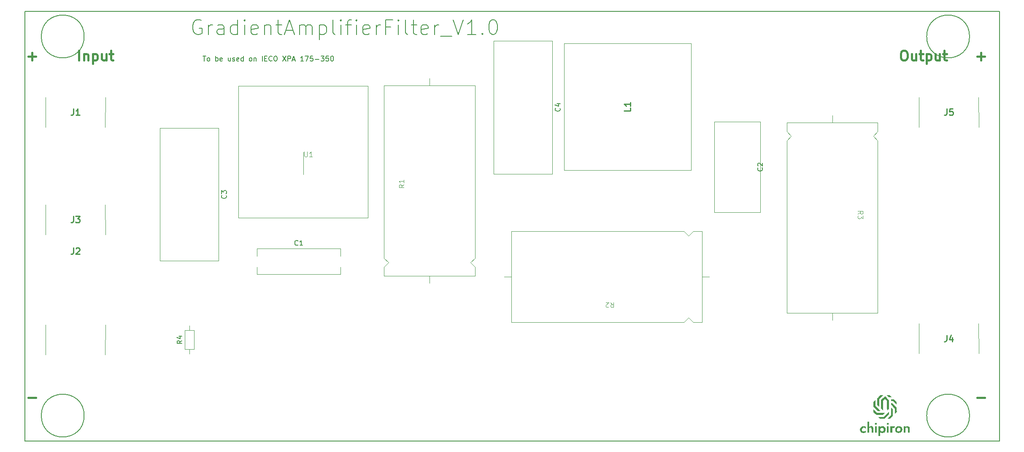
<source format=gbr>
%TF.GenerationSoftware,KiCad,Pcbnew,7.0.7*%
%TF.CreationDate,2023-09-25T09:53:38+02:00*%
%TF.ProjectId,GradientAmplifierFilter_V1,47726164-6965-46e7-9441-6d706c696669,rev?*%
%TF.SameCoordinates,Original*%
%TF.FileFunction,Legend,Top*%
%TF.FilePolarity,Positive*%
%FSLAX46Y46*%
G04 Gerber Fmt 4.6, Leading zero omitted, Abs format (unit mm)*
G04 Created by KiCad (PCBNEW 7.0.7) date 2023-09-25 09:53:38*
%MOMM*%
%LPD*%
G01*
G04 APERTURE LIST*
%ADD10C,0.150000*%
%ADD11C,0.400000*%
%ADD12C,0.100000*%
%ADD13C,0.254000*%
%ADD14C,0.300000*%
%ADD15C,0.120000*%
%TA.AperFunction,Profile*%
%ADD16C,0.150000*%
%TD*%
G04 APERTURE END LIST*
D10*
X20763922Y-32719819D02*
X21335350Y-32719819D01*
X21049636Y-33719819D02*
X21049636Y-32719819D01*
X21811541Y-33719819D02*
X21716303Y-33672200D01*
X21716303Y-33672200D02*
X21668684Y-33624580D01*
X21668684Y-33624580D02*
X21621065Y-33529342D01*
X21621065Y-33529342D02*
X21621065Y-33243628D01*
X21621065Y-33243628D02*
X21668684Y-33148390D01*
X21668684Y-33148390D02*
X21716303Y-33100771D01*
X21716303Y-33100771D02*
X21811541Y-33053152D01*
X21811541Y-33053152D02*
X21954398Y-33053152D01*
X21954398Y-33053152D02*
X22049636Y-33100771D01*
X22049636Y-33100771D02*
X22097255Y-33148390D01*
X22097255Y-33148390D02*
X22144874Y-33243628D01*
X22144874Y-33243628D02*
X22144874Y-33529342D01*
X22144874Y-33529342D02*
X22097255Y-33624580D01*
X22097255Y-33624580D02*
X22049636Y-33672200D01*
X22049636Y-33672200D02*
X21954398Y-33719819D01*
X21954398Y-33719819D02*
X21811541Y-33719819D01*
X23335351Y-33719819D02*
X23335351Y-32719819D01*
X23335351Y-33100771D02*
X23430589Y-33053152D01*
X23430589Y-33053152D02*
X23621065Y-33053152D01*
X23621065Y-33053152D02*
X23716303Y-33100771D01*
X23716303Y-33100771D02*
X23763922Y-33148390D01*
X23763922Y-33148390D02*
X23811541Y-33243628D01*
X23811541Y-33243628D02*
X23811541Y-33529342D01*
X23811541Y-33529342D02*
X23763922Y-33624580D01*
X23763922Y-33624580D02*
X23716303Y-33672200D01*
X23716303Y-33672200D02*
X23621065Y-33719819D01*
X23621065Y-33719819D02*
X23430589Y-33719819D01*
X23430589Y-33719819D02*
X23335351Y-33672200D01*
X24621065Y-33672200D02*
X24525827Y-33719819D01*
X24525827Y-33719819D02*
X24335351Y-33719819D01*
X24335351Y-33719819D02*
X24240113Y-33672200D01*
X24240113Y-33672200D02*
X24192494Y-33576961D01*
X24192494Y-33576961D02*
X24192494Y-33196009D01*
X24192494Y-33196009D02*
X24240113Y-33100771D01*
X24240113Y-33100771D02*
X24335351Y-33053152D01*
X24335351Y-33053152D02*
X24525827Y-33053152D01*
X24525827Y-33053152D02*
X24621065Y-33100771D01*
X24621065Y-33100771D02*
X24668684Y-33196009D01*
X24668684Y-33196009D02*
X24668684Y-33291247D01*
X24668684Y-33291247D02*
X24192494Y-33386485D01*
X26287732Y-33053152D02*
X26287732Y-33719819D01*
X25859161Y-33053152D02*
X25859161Y-33576961D01*
X25859161Y-33576961D02*
X25906780Y-33672200D01*
X25906780Y-33672200D02*
X26002018Y-33719819D01*
X26002018Y-33719819D02*
X26144875Y-33719819D01*
X26144875Y-33719819D02*
X26240113Y-33672200D01*
X26240113Y-33672200D02*
X26287732Y-33624580D01*
X26716304Y-33672200D02*
X26811542Y-33719819D01*
X26811542Y-33719819D02*
X27002018Y-33719819D01*
X27002018Y-33719819D02*
X27097256Y-33672200D01*
X27097256Y-33672200D02*
X27144875Y-33576961D01*
X27144875Y-33576961D02*
X27144875Y-33529342D01*
X27144875Y-33529342D02*
X27097256Y-33434104D01*
X27097256Y-33434104D02*
X27002018Y-33386485D01*
X27002018Y-33386485D02*
X26859161Y-33386485D01*
X26859161Y-33386485D02*
X26763923Y-33338866D01*
X26763923Y-33338866D02*
X26716304Y-33243628D01*
X26716304Y-33243628D02*
X26716304Y-33196009D01*
X26716304Y-33196009D02*
X26763923Y-33100771D01*
X26763923Y-33100771D02*
X26859161Y-33053152D01*
X26859161Y-33053152D02*
X27002018Y-33053152D01*
X27002018Y-33053152D02*
X27097256Y-33100771D01*
X27954399Y-33672200D02*
X27859161Y-33719819D01*
X27859161Y-33719819D02*
X27668685Y-33719819D01*
X27668685Y-33719819D02*
X27573447Y-33672200D01*
X27573447Y-33672200D02*
X27525828Y-33576961D01*
X27525828Y-33576961D02*
X27525828Y-33196009D01*
X27525828Y-33196009D02*
X27573447Y-33100771D01*
X27573447Y-33100771D02*
X27668685Y-33053152D01*
X27668685Y-33053152D02*
X27859161Y-33053152D01*
X27859161Y-33053152D02*
X27954399Y-33100771D01*
X27954399Y-33100771D02*
X28002018Y-33196009D01*
X28002018Y-33196009D02*
X28002018Y-33291247D01*
X28002018Y-33291247D02*
X27525828Y-33386485D01*
X28859161Y-33719819D02*
X28859161Y-32719819D01*
X28859161Y-33672200D02*
X28763923Y-33719819D01*
X28763923Y-33719819D02*
X28573447Y-33719819D01*
X28573447Y-33719819D02*
X28478209Y-33672200D01*
X28478209Y-33672200D02*
X28430590Y-33624580D01*
X28430590Y-33624580D02*
X28382971Y-33529342D01*
X28382971Y-33529342D02*
X28382971Y-33243628D01*
X28382971Y-33243628D02*
X28430590Y-33148390D01*
X28430590Y-33148390D02*
X28478209Y-33100771D01*
X28478209Y-33100771D02*
X28573447Y-33053152D01*
X28573447Y-33053152D02*
X28763923Y-33053152D01*
X28763923Y-33053152D02*
X28859161Y-33100771D01*
X30240114Y-33719819D02*
X30144876Y-33672200D01*
X30144876Y-33672200D02*
X30097257Y-33624580D01*
X30097257Y-33624580D02*
X30049638Y-33529342D01*
X30049638Y-33529342D02*
X30049638Y-33243628D01*
X30049638Y-33243628D02*
X30097257Y-33148390D01*
X30097257Y-33148390D02*
X30144876Y-33100771D01*
X30144876Y-33100771D02*
X30240114Y-33053152D01*
X30240114Y-33053152D02*
X30382971Y-33053152D01*
X30382971Y-33053152D02*
X30478209Y-33100771D01*
X30478209Y-33100771D02*
X30525828Y-33148390D01*
X30525828Y-33148390D02*
X30573447Y-33243628D01*
X30573447Y-33243628D02*
X30573447Y-33529342D01*
X30573447Y-33529342D02*
X30525828Y-33624580D01*
X30525828Y-33624580D02*
X30478209Y-33672200D01*
X30478209Y-33672200D02*
X30382971Y-33719819D01*
X30382971Y-33719819D02*
X30240114Y-33719819D01*
X31002019Y-33053152D02*
X31002019Y-33719819D01*
X31002019Y-33148390D02*
X31049638Y-33100771D01*
X31049638Y-33100771D02*
X31144876Y-33053152D01*
X31144876Y-33053152D02*
X31287733Y-33053152D01*
X31287733Y-33053152D02*
X31382971Y-33100771D01*
X31382971Y-33100771D02*
X31430590Y-33196009D01*
X31430590Y-33196009D02*
X31430590Y-33719819D01*
X32668686Y-33719819D02*
X32668686Y-32719819D01*
X33144876Y-33196009D02*
X33478209Y-33196009D01*
X33621066Y-33719819D02*
X33144876Y-33719819D01*
X33144876Y-33719819D02*
X33144876Y-32719819D01*
X33144876Y-32719819D02*
X33621066Y-32719819D01*
X34621066Y-33624580D02*
X34573447Y-33672200D01*
X34573447Y-33672200D02*
X34430590Y-33719819D01*
X34430590Y-33719819D02*
X34335352Y-33719819D01*
X34335352Y-33719819D02*
X34192495Y-33672200D01*
X34192495Y-33672200D02*
X34097257Y-33576961D01*
X34097257Y-33576961D02*
X34049638Y-33481723D01*
X34049638Y-33481723D02*
X34002019Y-33291247D01*
X34002019Y-33291247D02*
X34002019Y-33148390D01*
X34002019Y-33148390D02*
X34049638Y-32957914D01*
X34049638Y-32957914D02*
X34097257Y-32862676D01*
X34097257Y-32862676D02*
X34192495Y-32767438D01*
X34192495Y-32767438D02*
X34335352Y-32719819D01*
X34335352Y-32719819D02*
X34430590Y-32719819D01*
X34430590Y-32719819D02*
X34573447Y-32767438D01*
X34573447Y-32767438D02*
X34621066Y-32815057D01*
X35240114Y-32719819D02*
X35430590Y-32719819D01*
X35430590Y-32719819D02*
X35525828Y-32767438D01*
X35525828Y-32767438D02*
X35621066Y-32862676D01*
X35621066Y-32862676D02*
X35668685Y-33053152D01*
X35668685Y-33053152D02*
X35668685Y-33386485D01*
X35668685Y-33386485D02*
X35621066Y-33576961D01*
X35621066Y-33576961D02*
X35525828Y-33672200D01*
X35525828Y-33672200D02*
X35430590Y-33719819D01*
X35430590Y-33719819D02*
X35240114Y-33719819D01*
X35240114Y-33719819D02*
X35144876Y-33672200D01*
X35144876Y-33672200D02*
X35049638Y-33576961D01*
X35049638Y-33576961D02*
X35002019Y-33386485D01*
X35002019Y-33386485D02*
X35002019Y-33053152D01*
X35002019Y-33053152D02*
X35049638Y-32862676D01*
X35049638Y-32862676D02*
X35144876Y-32767438D01*
X35144876Y-32767438D02*
X35240114Y-32719819D01*
X36763924Y-32719819D02*
X37430590Y-33719819D01*
X37430590Y-32719819D02*
X36763924Y-33719819D01*
X37811543Y-33719819D02*
X37811543Y-32719819D01*
X37811543Y-32719819D02*
X38192495Y-32719819D01*
X38192495Y-32719819D02*
X38287733Y-32767438D01*
X38287733Y-32767438D02*
X38335352Y-32815057D01*
X38335352Y-32815057D02*
X38382971Y-32910295D01*
X38382971Y-32910295D02*
X38382971Y-33053152D01*
X38382971Y-33053152D02*
X38335352Y-33148390D01*
X38335352Y-33148390D02*
X38287733Y-33196009D01*
X38287733Y-33196009D02*
X38192495Y-33243628D01*
X38192495Y-33243628D02*
X37811543Y-33243628D01*
X38763924Y-33434104D02*
X39240114Y-33434104D01*
X38668686Y-33719819D02*
X39002019Y-32719819D01*
X39002019Y-32719819D02*
X39335352Y-33719819D01*
X40954400Y-33719819D02*
X40382972Y-33719819D01*
X40668686Y-33719819D02*
X40668686Y-32719819D01*
X40668686Y-32719819D02*
X40573448Y-32862676D01*
X40573448Y-32862676D02*
X40478210Y-32957914D01*
X40478210Y-32957914D02*
X40382972Y-33005533D01*
X41287734Y-32719819D02*
X41954400Y-32719819D01*
X41954400Y-32719819D02*
X41525829Y-33719819D01*
X42811543Y-32719819D02*
X42335353Y-32719819D01*
X42335353Y-32719819D02*
X42287734Y-33196009D01*
X42287734Y-33196009D02*
X42335353Y-33148390D01*
X42335353Y-33148390D02*
X42430591Y-33100771D01*
X42430591Y-33100771D02*
X42668686Y-33100771D01*
X42668686Y-33100771D02*
X42763924Y-33148390D01*
X42763924Y-33148390D02*
X42811543Y-33196009D01*
X42811543Y-33196009D02*
X42859162Y-33291247D01*
X42859162Y-33291247D02*
X42859162Y-33529342D01*
X42859162Y-33529342D02*
X42811543Y-33624580D01*
X42811543Y-33624580D02*
X42763924Y-33672200D01*
X42763924Y-33672200D02*
X42668686Y-33719819D01*
X42668686Y-33719819D02*
X42430591Y-33719819D01*
X42430591Y-33719819D02*
X42335353Y-33672200D01*
X42335353Y-33672200D02*
X42287734Y-33624580D01*
X43287734Y-33338866D02*
X44049639Y-33338866D01*
X44430591Y-32719819D02*
X45049638Y-32719819D01*
X45049638Y-32719819D02*
X44716305Y-33100771D01*
X44716305Y-33100771D02*
X44859162Y-33100771D01*
X44859162Y-33100771D02*
X44954400Y-33148390D01*
X44954400Y-33148390D02*
X45002019Y-33196009D01*
X45002019Y-33196009D02*
X45049638Y-33291247D01*
X45049638Y-33291247D02*
X45049638Y-33529342D01*
X45049638Y-33529342D02*
X45002019Y-33624580D01*
X45002019Y-33624580D02*
X44954400Y-33672200D01*
X44954400Y-33672200D02*
X44859162Y-33719819D01*
X44859162Y-33719819D02*
X44573448Y-33719819D01*
X44573448Y-33719819D02*
X44478210Y-33672200D01*
X44478210Y-33672200D02*
X44430591Y-33624580D01*
X45954400Y-32719819D02*
X45478210Y-32719819D01*
X45478210Y-32719819D02*
X45430591Y-33196009D01*
X45430591Y-33196009D02*
X45478210Y-33148390D01*
X45478210Y-33148390D02*
X45573448Y-33100771D01*
X45573448Y-33100771D02*
X45811543Y-33100771D01*
X45811543Y-33100771D02*
X45906781Y-33148390D01*
X45906781Y-33148390D02*
X45954400Y-33196009D01*
X45954400Y-33196009D02*
X46002019Y-33291247D01*
X46002019Y-33291247D02*
X46002019Y-33529342D01*
X46002019Y-33529342D02*
X45954400Y-33624580D01*
X45954400Y-33624580D02*
X45906781Y-33672200D01*
X45906781Y-33672200D02*
X45811543Y-33719819D01*
X45811543Y-33719819D02*
X45573448Y-33719819D01*
X45573448Y-33719819D02*
X45478210Y-33672200D01*
X45478210Y-33672200D02*
X45430591Y-33624580D01*
X46621067Y-32719819D02*
X46716305Y-32719819D01*
X46716305Y-32719819D02*
X46811543Y-32767438D01*
X46811543Y-32767438D02*
X46859162Y-32815057D01*
X46859162Y-32815057D02*
X46906781Y-32910295D01*
X46906781Y-32910295D02*
X46954400Y-33100771D01*
X46954400Y-33100771D02*
X46954400Y-33338866D01*
X46954400Y-33338866D02*
X46906781Y-33529342D01*
X46906781Y-33529342D02*
X46859162Y-33624580D01*
X46859162Y-33624580D02*
X46811543Y-33672200D01*
X46811543Y-33672200D02*
X46716305Y-33719819D01*
X46716305Y-33719819D02*
X46621067Y-33719819D01*
X46621067Y-33719819D02*
X46525829Y-33672200D01*
X46525829Y-33672200D02*
X46478210Y-33624580D01*
X46478210Y-33624580D02*
X46430591Y-33529342D01*
X46430591Y-33529342D02*
X46382972Y-33338866D01*
X46382972Y-33338866D02*
X46382972Y-33100771D01*
X46382972Y-33100771D02*
X46430591Y-32910295D01*
X46430591Y-32910295D02*
X46478210Y-32815057D01*
X46478210Y-32815057D02*
X46525829Y-32767438D01*
X46525829Y-32767438D02*
X46621067Y-32719819D01*
D11*
X176119347Y-32822533D02*
X177643157Y-32822533D01*
X176881252Y-33584438D02*
X176881252Y-32060628D01*
X176119347Y-101402533D02*
X177643157Y-101402533D01*
X-4090652Y-33584438D02*
X-4090652Y-31584438D01*
X-3138271Y-32251104D02*
X-3138271Y-33584438D01*
X-3138271Y-32441580D02*
X-3043033Y-32346342D01*
X-3043033Y-32346342D02*
X-2852557Y-32251104D01*
X-2852557Y-32251104D02*
X-2566842Y-32251104D01*
X-2566842Y-32251104D02*
X-2376366Y-32346342D01*
X-2376366Y-32346342D02*
X-2281128Y-32536819D01*
X-2281128Y-32536819D02*
X-2281128Y-33584438D01*
X-1328747Y-32251104D02*
X-1328747Y-34251104D01*
X-1328747Y-32346342D02*
X-1138271Y-32251104D01*
X-1138271Y-32251104D02*
X-757318Y-32251104D01*
X-757318Y-32251104D02*
X-566842Y-32346342D01*
X-566842Y-32346342D02*
X-471604Y-32441580D01*
X-471604Y-32441580D02*
X-376366Y-32632057D01*
X-376366Y-32632057D02*
X-376366Y-33203485D01*
X-376366Y-33203485D02*
X-471604Y-33393961D01*
X-471604Y-33393961D02*
X-566842Y-33489200D01*
X-566842Y-33489200D02*
X-757318Y-33584438D01*
X-757318Y-33584438D02*
X-1138271Y-33584438D01*
X-1138271Y-33584438D02*
X-1328747Y-33489200D01*
X1337919Y-32251104D02*
X1337919Y-33584438D01*
X480776Y-32251104D02*
X480776Y-33298723D01*
X480776Y-33298723D02*
X576014Y-33489200D01*
X576014Y-33489200D02*
X766490Y-33584438D01*
X766490Y-33584438D02*
X1052205Y-33584438D01*
X1052205Y-33584438D02*
X1242681Y-33489200D01*
X1242681Y-33489200D02*
X1337919Y-33393961D01*
X2004586Y-32251104D02*
X2766490Y-32251104D01*
X2290300Y-31584438D02*
X2290300Y-33298723D01*
X2290300Y-33298723D02*
X2385538Y-33489200D01*
X2385538Y-33489200D02*
X2576014Y-33584438D01*
X2576014Y-33584438D02*
X2766490Y-33584438D01*
X161260299Y-31584438D02*
X161641252Y-31584438D01*
X161641252Y-31584438D02*
X161831728Y-31679676D01*
X161831728Y-31679676D02*
X162022204Y-31870152D01*
X162022204Y-31870152D02*
X162117442Y-32251104D01*
X162117442Y-32251104D02*
X162117442Y-32917771D01*
X162117442Y-32917771D02*
X162022204Y-33298723D01*
X162022204Y-33298723D02*
X161831728Y-33489200D01*
X161831728Y-33489200D02*
X161641252Y-33584438D01*
X161641252Y-33584438D02*
X161260299Y-33584438D01*
X161260299Y-33584438D02*
X161069823Y-33489200D01*
X161069823Y-33489200D02*
X160879347Y-33298723D01*
X160879347Y-33298723D02*
X160784109Y-32917771D01*
X160784109Y-32917771D02*
X160784109Y-32251104D01*
X160784109Y-32251104D02*
X160879347Y-31870152D01*
X160879347Y-31870152D02*
X161069823Y-31679676D01*
X161069823Y-31679676D02*
X161260299Y-31584438D01*
X163831728Y-32251104D02*
X163831728Y-33584438D01*
X162974585Y-32251104D02*
X162974585Y-33298723D01*
X162974585Y-33298723D02*
X163069823Y-33489200D01*
X163069823Y-33489200D02*
X163260299Y-33584438D01*
X163260299Y-33584438D02*
X163546014Y-33584438D01*
X163546014Y-33584438D02*
X163736490Y-33489200D01*
X163736490Y-33489200D02*
X163831728Y-33393961D01*
X164498395Y-32251104D02*
X165260299Y-32251104D01*
X164784109Y-31584438D02*
X164784109Y-33298723D01*
X164784109Y-33298723D02*
X164879347Y-33489200D01*
X164879347Y-33489200D02*
X165069823Y-33584438D01*
X165069823Y-33584438D02*
X165260299Y-33584438D01*
X165926966Y-32251104D02*
X165926966Y-34251104D01*
X165926966Y-32346342D02*
X166117442Y-32251104D01*
X166117442Y-32251104D02*
X166498395Y-32251104D01*
X166498395Y-32251104D02*
X166688871Y-32346342D01*
X166688871Y-32346342D02*
X166784109Y-32441580D01*
X166784109Y-32441580D02*
X166879347Y-32632057D01*
X166879347Y-32632057D02*
X166879347Y-33203485D01*
X166879347Y-33203485D02*
X166784109Y-33393961D01*
X166784109Y-33393961D02*
X166688871Y-33489200D01*
X166688871Y-33489200D02*
X166498395Y-33584438D01*
X166498395Y-33584438D02*
X166117442Y-33584438D01*
X166117442Y-33584438D02*
X165926966Y-33489200D01*
X168593633Y-32251104D02*
X168593633Y-33584438D01*
X167736490Y-32251104D02*
X167736490Y-33298723D01*
X167736490Y-33298723D02*
X167831728Y-33489200D01*
X167831728Y-33489200D02*
X168022204Y-33584438D01*
X168022204Y-33584438D02*
X168307919Y-33584438D01*
X168307919Y-33584438D02*
X168498395Y-33489200D01*
X168498395Y-33489200D02*
X168593633Y-33393961D01*
X169260300Y-32251104D02*
X170022204Y-32251104D01*
X169546014Y-31584438D02*
X169546014Y-33298723D01*
X169546014Y-33298723D02*
X169641252Y-33489200D01*
X169641252Y-33489200D02*
X169831728Y-33584438D01*
X169831728Y-33584438D02*
X170022204Y-33584438D01*
D10*
X20414398Y-25537914D02*
X20128684Y-25395057D01*
X20128684Y-25395057D02*
X19700112Y-25395057D01*
X19700112Y-25395057D02*
X19271541Y-25537914D01*
X19271541Y-25537914D02*
X18985826Y-25823628D01*
X18985826Y-25823628D02*
X18842969Y-26109342D01*
X18842969Y-26109342D02*
X18700112Y-26680771D01*
X18700112Y-26680771D02*
X18700112Y-27109342D01*
X18700112Y-27109342D02*
X18842969Y-27680771D01*
X18842969Y-27680771D02*
X18985826Y-27966485D01*
X18985826Y-27966485D02*
X19271541Y-28252200D01*
X19271541Y-28252200D02*
X19700112Y-28395057D01*
X19700112Y-28395057D02*
X19985826Y-28395057D01*
X19985826Y-28395057D02*
X20414398Y-28252200D01*
X20414398Y-28252200D02*
X20557255Y-28109342D01*
X20557255Y-28109342D02*
X20557255Y-27109342D01*
X20557255Y-27109342D02*
X19985826Y-27109342D01*
X21842969Y-28395057D02*
X21842969Y-26395057D01*
X21842969Y-26966485D02*
X21985826Y-26680771D01*
X21985826Y-26680771D02*
X22128684Y-26537914D01*
X22128684Y-26537914D02*
X22414398Y-26395057D01*
X22414398Y-26395057D02*
X22700112Y-26395057D01*
X24985827Y-28395057D02*
X24985827Y-26823628D01*
X24985827Y-26823628D02*
X24842969Y-26537914D01*
X24842969Y-26537914D02*
X24557255Y-26395057D01*
X24557255Y-26395057D02*
X23985827Y-26395057D01*
X23985827Y-26395057D02*
X23700112Y-26537914D01*
X24985827Y-28252200D02*
X24700112Y-28395057D01*
X24700112Y-28395057D02*
X23985827Y-28395057D01*
X23985827Y-28395057D02*
X23700112Y-28252200D01*
X23700112Y-28252200D02*
X23557255Y-27966485D01*
X23557255Y-27966485D02*
X23557255Y-27680771D01*
X23557255Y-27680771D02*
X23700112Y-27395057D01*
X23700112Y-27395057D02*
X23985827Y-27252200D01*
X23985827Y-27252200D02*
X24700112Y-27252200D01*
X24700112Y-27252200D02*
X24985827Y-27109342D01*
X27700113Y-28395057D02*
X27700113Y-25395057D01*
X27700113Y-28252200D02*
X27414398Y-28395057D01*
X27414398Y-28395057D02*
X26842970Y-28395057D01*
X26842970Y-28395057D02*
X26557255Y-28252200D01*
X26557255Y-28252200D02*
X26414398Y-28109342D01*
X26414398Y-28109342D02*
X26271541Y-27823628D01*
X26271541Y-27823628D02*
X26271541Y-26966485D01*
X26271541Y-26966485D02*
X26414398Y-26680771D01*
X26414398Y-26680771D02*
X26557255Y-26537914D01*
X26557255Y-26537914D02*
X26842970Y-26395057D01*
X26842970Y-26395057D02*
X27414398Y-26395057D01*
X27414398Y-26395057D02*
X27700113Y-26537914D01*
X29128684Y-28395057D02*
X29128684Y-26395057D01*
X29128684Y-25395057D02*
X28985827Y-25537914D01*
X28985827Y-25537914D02*
X29128684Y-25680771D01*
X29128684Y-25680771D02*
X29271541Y-25537914D01*
X29271541Y-25537914D02*
X29128684Y-25395057D01*
X29128684Y-25395057D02*
X29128684Y-25680771D01*
X31700112Y-28252200D02*
X31414398Y-28395057D01*
X31414398Y-28395057D02*
X30842970Y-28395057D01*
X30842970Y-28395057D02*
X30557255Y-28252200D01*
X30557255Y-28252200D02*
X30414398Y-27966485D01*
X30414398Y-27966485D02*
X30414398Y-26823628D01*
X30414398Y-26823628D02*
X30557255Y-26537914D01*
X30557255Y-26537914D02*
X30842970Y-26395057D01*
X30842970Y-26395057D02*
X31414398Y-26395057D01*
X31414398Y-26395057D02*
X31700112Y-26537914D01*
X31700112Y-26537914D02*
X31842970Y-26823628D01*
X31842970Y-26823628D02*
X31842970Y-27109342D01*
X31842970Y-27109342D02*
X30414398Y-27395057D01*
X33128684Y-26395057D02*
X33128684Y-28395057D01*
X33128684Y-26680771D02*
X33271541Y-26537914D01*
X33271541Y-26537914D02*
X33557256Y-26395057D01*
X33557256Y-26395057D02*
X33985827Y-26395057D01*
X33985827Y-26395057D02*
X34271541Y-26537914D01*
X34271541Y-26537914D02*
X34414399Y-26823628D01*
X34414399Y-26823628D02*
X34414399Y-28395057D01*
X35414399Y-26395057D02*
X36557256Y-26395057D01*
X35842970Y-25395057D02*
X35842970Y-27966485D01*
X35842970Y-27966485D02*
X35985827Y-28252200D01*
X35985827Y-28252200D02*
X36271542Y-28395057D01*
X36271542Y-28395057D02*
X36557256Y-28395057D01*
X37414399Y-27537914D02*
X38842971Y-27537914D01*
X37128685Y-28395057D02*
X38128685Y-25395057D01*
X38128685Y-25395057D02*
X39128685Y-28395057D01*
X40128685Y-28395057D02*
X40128685Y-26395057D01*
X40128685Y-26680771D02*
X40271542Y-26537914D01*
X40271542Y-26537914D02*
X40557257Y-26395057D01*
X40557257Y-26395057D02*
X40985828Y-26395057D01*
X40985828Y-26395057D02*
X41271542Y-26537914D01*
X41271542Y-26537914D02*
X41414400Y-26823628D01*
X41414400Y-26823628D02*
X41414400Y-28395057D01*
X41414400Y-26823628D02*
X41557257Y-26537914D01*
X41557257Y-26537914D02*
X41842971Y-26395057D01*
X41842971Y-26395057D02*
X42271542Y-26395057D01*
X42271542Y-26395057D02*
X42557257Y-26537914D01*
X42557257Y-26537914D02*
X42700114Y-26823628D01*
X42700114Y-26823628D02*
X42700114Y-28395057D01*
X44128685Y-26395057D02*
X44128685Y-29395057D01*
X44128685Y-26537914D02*
X44414400Y-26395057D01*
X44414400Y-26395057D02*
X44985828Y-26395057D01*
X44985828Y-26395057D02*
X45271542Y-26537914D01*
X45271542Y-26537914D02*
X45414400Y-26680771D01*
X45414400Y-26680771D02*
X45557257Y-26966485D01*
X45557257Y-26966485D02*
X45557257Y-27823628D01*
X45557257Y-27823628D02*
X45414400Y-28109342D01*
X45414400Y-28109342D02*
X45271542Y-28252200D01*
X45271542Y-28252200D02*
X44985828Y-28395057D01*
X44985828Y-28395057D02*
X44414400Y-28395057D01*
X44414400Y-28395057D02*
X44128685Y-28252200D01*
X47271543Y-28395057D02*
X46985828Y-28252200D01*
X46985828Y-28252200D02*
X46842971Y-27966485D01*
X46842971Y-27966485D02*
X46842971Y-25395057D01*
X48414400Y-28395057D02*
X48414400Y-26395057D01*
X48414400Y-25395057D02*
X48271543Y-25537914D01*
X48271543Y-25537914D02*
X48414400Y-25680771D01*
X48414400Y-25680771D02*
X48557257Y-25537914D01*
X48557257Y-25537914D02*
X48414400Y-25395057D01*
X48414400Y-25395057D02*
X48414400Y-25680771D01*
X49414400Y-26395057D02*
X50557257Y-26395057D01*
X49842971Y-28395057D02*
X49842971Y-25823628D01*
X49842971Y-25823628D02*
X49985828Y-25537914D01*
X49985828Y-25537914D02*
X50271543Y-25395057D01*
X50271543Y-25395057D02*
X50557257Y-25395057D01*
X51557257Y-28395057D02*
X51557257Y-26395057D01*
X51557257Y-25395057D02*
X51414400Y-25537914D01*
X51414400Y-25537914D02*
X51557257Y-25680771D01*
X51557257Y-25680771D02*
X51700114Y-25537914D01*
X51700114Y-25537914D02*
X51557257Y-25395057D01*
X51557257Y-25395057D02*
X51557257Y-25680771D01*
X54128685Y-28252200D02*
X53842971Y-28395057D01*
X53842971Y-28395057D02*
X53271543Y-28395057D01*
X53271543Y-28395057D02*
X52985828Y-28252200D01*
X52985828Y-28252200D02*
X52842971Y-27966485D01*
X52842971Y-27966485D02*
X52842971Y-26823628D01*
X52842971Y-26823628D02*
X52985828Y-26537914D01*
X52985828Y-26537914D02*
X53271543Y-26395057D01*
X53271543Y-26395057D02*
X53842971Y-26395057D01*
X53842971Y-26395057D02*
X54128685Y-26537914D01*
X54128685Y-26537914D02*
X54271543Y-26823628D01*
X54271543Y-26823628D02*
X54271543Y-27109342D01*
X54271543Y-27109342D02*
X52842971Y-27395057D01*
X55557257Y-28395057D02*
X55557257Y-26395057D01*
X55557257Y-26966485D02*
X55700114Y-26680771D01*
X55700114Y-26680771D02*
X55842972Y-26537914D01*
X55842972Y-26537914D02*
X56128686Y-26395057D01*
X56128686Y-26395057D02*
X56414400Y-26395057D01*
X58414400Y-26823628D02*
X57414400Y-26823628D01*
X57414400Y-28395057D02*
X57414400Y-25395057D01*
X57414400Y-25395057D02*
X58842972Y-25395057D01*
X59985829Y-28395057D02*
X59985829Y-26395057D01*
X59985829Y-25395057D02*
X59842972Y-25537914D01*
X59842972Y-25537914D02*
X59985829Y-25680771D01*
X59985829Y-25680771D02*
X60128686Y-25537914D01*
X60128686Y-25537914D02*
X59985829Y-25395057D01*
X59985829Y-25395057D02*
X59985829Y-25680771D01*
X61842972Y-28395057D02*
X61557257Y-28252200D01*
X61557257Y-28252200D02*
X61414400Y-27966485D01*
X61414400Y-27966485D02*
X61414400Y-25395057D01*
X62557258Y-26395057D02*
X63700115Y-26395057D01*
X62985829Y-25395057D02*
X62985829Y-27966485D01*
X62985829Y-27966485D02*
X63128686Y-28252200D01*
X63128686Y-28252200D02*
X63414401Y-28395057D01*
X63414401Y-28395057D02*
X63700115Y-28395057D01*
X65842972Y-28252200D02*
X65557258Y-28395057D01*
X65557258Y-28395057D02*
X64985830Y-28395057D01*
X64985830Y-28395057D02*
X64700115Y-28252200D01*
X64700115Y-28252200D02*
X64557258Y-27966485D01*
X64557258Y-27966485D02*
X64557258Y-26823628D01*
X64557258Y-26823628D02*
X64700115Y-26537914D01*
X64700115Y-26537914D02*
X64985830Y-26395057D01*
X64985830Y-26395057D02*
X65557258Y-26395057D01*
X65557258Y-26395057D02*
X65842972Y-26537914D01*
X65842972Y-26537914D02*
X65985830Y-26823628D01*
X65985830Y-26823628D02*
X65985830Y-27109342D01*
X65985830Y-27109342D02*
X64557258Y-27395057D01*
X67271544Y-28395057D02*
X67271544Y-26395057D01*
X67271544Y-26966485D02*
X67414401Y-26680771D01*
X67414401Y-26680771D02*
X67557259Y-26537914D01*
X67557259Y-26537914D02*
X67842973Y-26395057D01*
X67842973Y-26395057D02*
X68128687Y-26395057D01*
X68414402Y-28680771D02*
X70700116Y-28680771D01*
X70985830Y-25395057D02*
X71985830Y-28395057D01*
X71985830Y-28395057D02*
X72985830Y-25395057D01*
X75557259Y-28395057D02*
X73842973Y-28395057D01*
X74700116Y-28395057D02*
X74700116Y-25395057D01*
X74700116Y-25395057D02*
X74414402Y-25823628D01*
X74414402Y-25823628D02*
X74128687Y-26109342D01*
X74128687Y-26109342D02*
X73842973Y-26252200D01*
X76842973Y-28109342D02*
X76985830Y-28252200D01*
X76985830Y-28252200D02*
X76842973Y-28395057D01*
X76842973Y-28395057D02*
X76700116Y-28252200D01*
X76700116Y-28252200D02*
X76842973Y-28109342D01*
X76842973Y-28109342D02*
X76842973Y-28395057D01*
X78842973Y-25395057D02*
X79128687Y-25395057D01*
X79128687Y-25395057D02*
X79414401Y-25537914D01*
X79414401Y-25537914D02*
X79557259Y-25680771D01*
X79557259Y-25680771D02*
X79700116Y-25966485D01*
X79700116Y-25966485D02*
X79842973Y-26537914D01*
X79842973Y-26537914D02*
X79842973Y-27252200D01*
X79842973Y-27252200D02*
X79700116Y-27823628D01*
X79700116Y-27823628D02*
X79557259Y-28109342D01*
X79557259Y-28109342D02*
X79414401Y-28252200D01*
X79414401Y-28252200D02*
X79128687Y-28395057D01*
X79128687Y-28395057D02*
X78842973Y-28395057D01*
X78842973Y-28395057D02*
X78557259Y-28252200D01*
X78557259Y-28252200D02*
X78414401Y-28109342D01*
X78414401Y-28109342D02*
X78271544Y-27823628D01*
X78271544Y-27823628D02*
X78128687Y-27252200D01*
X78128687Y-27252200D02*
X78128687Y-26537914D01*
X78128687Y-26537914D02*
X78271544Y-25966485D01*
X78271544Y-25966485D02*
X78414401Y-25680771D01*
X78414401Y-25680771D02*
X78557259Y-25537914D01*
X78557259Y-25537914D02*
X78842973Y-25395057D01*
D11*
X-14250652Y-101402533D02*
X-12726843Y-101402533D01*
X-14250652Y-32822533D02*
X-12726843Y-32822533D01*
X-13488747Y-33584438D02*
X-13488747Y-32060628D01*
D12*
X41128095Y-51957419D02*
X41128095Y-52766942D01*
X41128095Y-52766942D02*
X41175714Y-52862180D01*
X41175714Y-52862180D02*
X41223333Y-52909800D01*
X41223333Y-52909800D02*
X41318571Y-52957419D01*
X41318571Y-52957419D02*
X41509047Y-52957419D01*
X41509047Y-52957419D02*
X41604285Y-52909800D01*
X41604285Y-52909800D02*
X41651904Y-52862180D01*
X41651904Y-52862180D02*
X41699523Y-52766942D01*
X41699523Y-52766942D02*
X41699523Y-51957419D01*
X42699523Y-52957419D02*
X42128095Y-52957419D01*
X42413809Y-52957419D02*
X42413809Y-51957419D01*
X42413809Y-51957419D02*
X42318571Y-52100276D01*
X42318571Y-52100276D02*
X42223333Y-52195514D01*
X42223333Y-52195514D02*
X42128095Y-52243133D01*
D13*
X170006667Y-88794318D02*
X170006667Y-89701461D01*
X170006667Y-89701461D02*
X169946190Y-89882889D01*
X169946190Y-89882889D02*
X169825238Y-90003842D01*
X169825238Y-90003842D02*
X169643809Y-90064318D01*
X169643809Y-90064318D02*
X169522857Y-90064318D01*
X171155714Y-89217651D02*
X171155714Y-90064318D01*
X170853333Y-88733842D02*
X170550952Y-89640984D01*
X170550952Y-89640984D02*
X171337143Y-89640984D01*
D10*
X39833333Y-70659580D02*
X39785714Y-70707200D01*
X39785714Y-70707200D02*
X39642857Y-70754819D01*
X39642857Y-70754819D02*
X39547619Y-70754819D01*
X39547619Y-70754819D02*
X39404762Y-70707200D01*
X39404762Y-70707200D02*
X39309524Y-70611961D01*
X39309524Y-70611961D02*
X39261905Y-70516723D01*
X39261905Y-70516723D02*
X39214286Y-70326247D01*
X39214286Y-70326247D02*
X39214286Y-70183390D01*
X39214286Y-70183390D02*
X39261905Y-69992914D01*
X39261905Y-69992914D02*
X39309524Y-69897676D01*
X39309524Y-69897676D02*
X39404762Y-69802438D01*
X39404762Y-69802438D02*
X39547619Y-69754819D01*
X39547619Y-69754819D02*
X39642857Y-69754819D01*
X39642857Y-69754819D02*
X39785714Y-69802438D01*
X39785714Y-69802438D02*
X39833333Y-69850057D01*
X40785714Y-70754819D02*
X40214286Y-70754819D01*
X40500000Y-70754819D02*
X40500000Y-69754819D01*
X40500000Y-69754819D02*
X40404762Y-69897676D01*
X40404762Y-69897676D02*
X40309524Y-69992914D01*
X40309524Y-69992914D02*
X40214286Y-70040533D01*
D13*
X-5253332Y-43314318D02*
X-5253332Y-44221461D01*
X-5253332Y-44221461D02*
X-5313809Y-44402889D01*
X-5313809Y-44402889D02*
X-5434761Y-44523842D01*
X-5434761Y-44523842D02*
X-5616190Y-44584318D01*
X-5616190Y-44584318D02*
X-5737142Y-44584318D01*
X-3983332Y-44584318D02*
X-4709047Y-44584318D01*
X-4346190Y-44584318D02*
X-4346190Y-43314318D01*
X-4346190Y-43314318D02*
X-4467142Y-43495746D01*
X-4467142Y-43495746D02*
X-4588094Y-43616699D01*
X-4588094Y-43616699D02*
X-4709047Y-43677175D01*
X106574318Y-43111666D02*
X106574318Y-43716428D01*
X106574318Y-43716428D02*
X105304318Y-43716428D01*
X106574318Y-42023094D02*
X106574318Y-42748809D01*
X106574318Y-42385952D02*
X105304318Y-42385952D01*
X105304318Y-42385952D02*
X105485746Y-42506904D01*
X105485746Y-42506904D02*
X105606699Y-42627856D01*
X105606699Y-42627856D02*
X105667175Y-42748809D01*
D12*
X152192580Y-64433333D02*
X152668771Y-64100000D01*
X152192580Y-63861905D02*
X153192580Y-63861905D01*
X153192580Y-63861905D02*
X153192580Y-64242857D01*
X153192580Y-64242857D02*
X153144961Y-64338095D01*
X153144961Y-64338095D02*
X153097342Y-64385714D01*
X153097342Y-64385714D02*
X153002104Y-64433333D01*
X153002104Y-64433333D02*
X152859247Y-64433333D01*
X152859247Y-64433333D02*
X152764009Y-64385714D01*
X152764009Y-64385714D02*
X152716390Y-64338095D01*
X152716390Y-64338095D02*
X152668771Y-64242857D01*
X152668771Y-64242857D02*
X152668771Y-63861905D01*
X153192580Y-64766667D02*
X153192580Y-65385714D01*
X153192580Y-65385714D02*
X152811628Y-65052381D01*
X152811628Y-65052381D02*
X152811628Y-65195238D01*
X152811628Y-65195238D02*
X152764009Y-65290476D01*
X152764009Y-65290476D02*
X152716390Y-65338095D01*
X152716390Y-65338095D02*
X152621152Y-65385714D01*
X152621152Y-65385714D02*
X152383057Y-65385714D01*
X152383057Y-65385714D02*
X152287819Y-65338095D01*
X152287819Y-65338095D02*
X152240200Y-65290476D01*
X152240200Y-65290476D02*
X152192580Y-65195238D01*
X152192580Y-65195238D02*
X152192580Y-64909524D01*
X152192580Y-64909524D02*
X152240200Y-64814286D01*
X152240200Y-64814286D02*
X152287819Y-64766667D01*
X61097419Y-58546666D02*
X60621228Y-58879999D01*
X61097419Y-59118094D02*
X60097419Y-59118094D01*
X60097419Y-59118094D02*
X60097419Y-58737142D01*
X60097419Y-58737142D02*
X60145038Y-58641904D01*
X60145038Y-58641904D02*
X60192657Y-58594285D01*
X60192657Y-58594285D02*
X60287895Y-58546666D01*
X60287895Y-58546666D02*
X60430752Y-58546666D01*
X60430752Y-58546666D02*
X60525990Y-58594285D01*
X60525990Y-58594285D02*
X60573609Y-58641904D01*
X60573609Y-58641904D02*
X60621228Y-58737142D01*
X60621228Y-58737142D02*
X60621228Y-59118094D01*
X61097419Y-57594285D02*
X61097419Y-58165713D01*
X61097419Y-57879999D02*
X60097419Y-57879999D01*
X60097419Y-57879999D02*
X60240276Y-57975237D01*
X60240276Y-57975237D02*
X60335514Y-58070475D01*
X60335514Y-58070475D02*
X60383133Y-58165713D01*
D14*
D13*
X-5253332Y-64904318D02*
X-5253332Y-65811461D01*
X-5253332Y-65811461D02*
X-5313809Y-65992889D01*
X-5313809Y-65992889D02*
X-5434761Y-66113842D01*
X-5434761Y-66113842D02*
X-5616190Y-66174318D01*
X-5616190Y-66174318D02*
X-5737142Y-66174318D01*
X-4769523Y-64904318D02*
X-3983332Y-64904318D01*
X-3983332Y-64904318D02*
X-4406666Y-65388127D01*
X-4406666Y-65388127D02*
X-4225237Y-65388127D01*
X-4225237Y-65388127D02*
X-4104285Y-65448603D01*
X-4104285Y-65448603D02*
X-4043809Y-65509080D01*
X-4043809Y-65509080D02*
X-3983332Y-65630032D01*
X-3983332Y-65630032D02*
X-3983332Y-65932413D01*
X-3983332Y-65932413D02*
X-4043809Y-66053365D01*
X-4043809Y-66053365D02*
X-4104285Y-66113842D01*
X-4104285Y-66113842D02*
X-4225237Y-66174318D01*
X-4225237Y-66174318D02*
X-4588094Y-66174318D01*
X-4588094Y-66174318D02*
X-4709047Y-66113842D01*
X-4709047Y-66113842D02*
X-4769523Y-66053365D01*
D12*
X102566666Y-82192580D02*
X102899999Y-82668771D01*
X103138094Y-82192580D02*
X103138094Y-83192580D01*
X103138094Y-83192580D02*
X102757142Y-83192580D01*
X102757142Y-83192580D02*
X102661904Y-83144961D01*
X102661904Y-83144961D02*
X102614285Y-83097342D01*
X102614285Y-83097342D02*
X102566666Y-83002104D01*
X102566666Y-83002104D02*
X102566666Y-82859247D01*
X102566666Y-82859247D02*
X102614285Y-82764009D01*
X102614285Y-82764009D02*
X102661904Y-82716390D01*
X102661904Y-82716390D02*
X102757142Y-82668771D01*
X102757142Y-82668771D02*
X103138094Y-82668771D01*
X102185713Y-83097342D02*
X102138094Y-83144961D01*
X102138094Y-83144961D02*
X102042856Y-83192580D01*
X102042856Y-83192580D02*
X101804761Y-83192580D01*
X101804761Y-83192580D02*
X101709523Y-83144961D01*
X101709523Y-83144961D02*
X101661904Y-83097342D01*
X101661904Y-83097342D02*
X101614285Y-83002104D01*
X101614285Y-83002104D02*
X101614285Y-82906866D01*
X101614285Y-82906866D02*
X101661904Y-82764009D01*
X101661904Y-82764009D02*
X102233332Y-82192580D01*
X102233332Y-82192580D02*
X101614285Y-82192580D01*
D10*
X92359580Y-43166666D02*
X92407200Y-43214285D01*
X92407200Y-43214285D02*
X92454819Y-43357142D01*
X92454819Y-43357142D02*
X92454819Y-43452380D01*
X92454819Y-43452380D02*
X92407200Y-43595237D01*
X92407200Y-43595237D02*
X92311961Y-43690475D01*
X92311961Y-43690475D02*
X92216723Y-43738094D01*
X92216723Y-43738094D02*
X92026247Y-43785713D01*
X92026247Y-43785713D02*
X91883390Y-43785713D01*
X91883390Y-43785713D02*
X91692914Y-43738094D01*
X91692914Y-43738094D02*
X91597676Y-43690475D01*
X91597676Y-43690475D02*
X91502438Y-43595237D01*
X91502438Y-43595237D02*
X91454819Y-43452380D01*
X91454819Y-43452380D02*
X91454819Y-43357142D01*
X91454819Y-43357142D02*
X91502438Y-43214285D01*
X91502438Y-43214285D02*
X91550057Y-43166666D01*
X91788152Y-42309523D02*
X92454819Y-42309523D01*
X91407200Y-42547618D02*
X92121485Y-42785713D01*
X92121485Y-42785713D02*
X92121485Y-42166666D01*
X132979580Y-55166666D02*
X133027200Y-55214285D01*
X133027200Y-55214285D02*
X133074819Y-55357142D01*
X133074819Y-55357142D02*
X133074819Y-55452380D01*
X133074819Y-55452380D02*
X133027200Y-55595237D01*
X133027200Y-55595237D02*
X132931961Y-55690475D01*
X132931961Y-55690475D02*
X132836723Y-55738094D01*
X132836723Y-55738094D02*
X132646247Y-55785713D01*
X132646247Y-55785713D02*
X132503390Y-55785713D01*
X132503390Y-55785713D02*
X132312914Y-55738094D01*
X132312914Y-55738094D02*
X132217676Y-55690475D01*
X132217676Y-55690475D02*
X132122438Y-55595237D01*
X132122438Y-55595237D02*
X132074819Y-55452380D01*
X132074819Y-55452380D02*
X132074819Y-55357142D01*
X132074819Y-55357142D02*
X132122438Y-55214285D01*
X132122438Y-55214285D02*
X132170057Y-55166666D01*
X132170057Y-54785713D02*
X132122438Y-54738094D01*
X132122438Y-54738094D02*
X132074819Y-54642856D01*
X132074819Y-54642856D02*
X132074819Y-54404761D01*
X132074819Y-54404761D02*
X132122438Y-54309523D01*
X132122438Y-54309523D02*
X132170057Y-54261904D01*
X132170057Y-54261904D02*
X132265295Y-54214285D01*
X132265295Y-54214285D02*
X132360533Y-54214285D01*
X132360533Y-54214285D02*
X132503390Y-54261904D01*
X132503390Y-54261904D02*
X133074819Y-54833332D01*
X133074819Y-54833332D02*
X133074819Y-54214285D01*
D13*
X170006667Y-43314318D02*
X170006667Y-44221461D01*
X170006667Y-44221461D02*
X169946190Y-44402889D01*
X169946190Y-44402889D02*
X169825238Y-44523842D01*
X169825238Y-44523842D02*
X169643809Y-44584318D01*
X169643809Y-44584318D02*
X169522857Y-44584318D01*
X171216190Y-43314318D02*
X170611428Y-43314318D01*
X170611428Y-43314318D02*
X170550952Y-43919080D01*
X170550952Y-43919080D02*
X170611428Y-43858603D01*
X170611428Y-43858603D02*
X170732381Y-43798127D01*
X170732381Y-43798127D02*
X171034762Y-43798127D01*
X171034762Y-43798127D02*
X171155714Y-43858603D01*
X171155714Y-43858603D02*
X171216190Y-43919080D01*
X171216190Y-43919080D02*
X171276667Y-44040032D01*
X171276667Y-44040032D02*
X171276667Y-44342413D01*
X171276667Y-44342413D02*
X171216190Y-44463365D01*
X171216190Y-44463365D02*
X171155714Y-44523842D01*
X171155714Y-44523842D02*
X171034762Y-44584318D01*
X171034762Y-44584318D02*
X170732381Y-44584318D01*
X170732381Y-44584318D02*
X170611428Y-44523842D01*
X170611428Y-44523842D02*
X170550952Y-44463365D01*
D10*
X25389580Y-60686666D02*
X25437200Y-60734285D01*
X25437200Y-60734285D02*
X25484819Y-60877142D01*
X25484819Y-60877142D02*
X25484819Y-60972380D01*
X25484819Y-60972380D02*
X25437200Y-61115237D01*
X25437200Y-61115237D02*
X25341961Y-61210475D01*
X25341961Y-61210475D02*
X25246723Y-61258094D01*
X25246723Y-61258094D02*
X25056247Y-61305713D01*
X25056247Y-61305713D02*
X24913390Y-61305713D01*
X24913390Y-61305713D02*
X24722914Y-61258094D01*
X24722914Y-61258094D02*
X24627676Y-61210475D01*
X24627676Y-61210475D02*
X24532438Y-61115237D01*
X24532438Y-61115237D02*
X24484819Y-60972380D01*
X24484819Y-60972380D02*
X24484819Y-60877142D01*
X24484819Y-60877142D02*
X24532438Y-60734285D01*
X24532438Y-60734285D02*
X24580057Y-60686666D01*
X24484819Y-60353332D02*
X24484819Y-59734285D01*
X24484819Y-59734285D02*
X24865771Y-60067618D01*
X24865771Y-60067618D02*
X24865771Y-59924761D01*
X24865771Y-59924761D02*
X24913390Y-59829523D01*
X24913390Y-59829523D02*
X24961009Y-59781904D01*
X24961009Y-59781904D02*
X25056247Y-59734285D01*
X25056247Y-59734285D02*
X25294342Y-59734285D01*
X25294342Y-59734285D02*
X25389580Y-59781904D01*
X25389580Y-59781904D02*
X25437200Y-59829523D01*
X25437200Y-59829523D02*
X25484819Y-59924761D01*
X25484819Y-59924761D02*
X25484819Y-60210475D01*
X25484819Y-60210475D02*
X25437200Y-60305713D01*
X25437200Y-60305713D02*
X25389580Y-60353332D01*
X16564819Y-89896666D02*
X16088628Y-90229999D01*
X16564819Y-90468094D02*
X15564819Y-90468094D01*
X15564819Y-90468094D02*
X15564819Y-90087142D01*
X15564819Y-90087142D02*
X15612438Y-89991904D01*
X15612438Y-89991904D02*
X15660057Y-89944285D01*
X15660057Y-89944285D02*
X15755295Y-89896666D01*
X15755295Y-89896666D02*
X15898152Y-89896666D01*
X15898152Y-89896666D02*
X15993390Y-89944285D01*
X15993390Y-89944285D02*
X16041009Y-89991904D01*
X16041009Y-89991904D02*
X16088628Y-90087142D01*
X16088628Y-90087142D02*
X16088628Y-90468094D01*
X15898152Y-89039523D02*
X16564819Y-89039523D01*
X15517200Y-89277618D02*
X16231485Y-89515713D01*
X16231485Y-89515713D02*
X16231485Y-88896666D01*
D13*
X-5253332Y-71254318D02*
X-5253332Y-72161461D01*
X-5253332Y-72161461D02*
X-5313809Y-72342889D01*
X-5313809Y-72342889D02*
X-5434761Y-72463842D01*
X-5434761Y-72463842D02*
X-5616190Y-72524318D01*
X-5616190Y-72524318D02*
X-5737142Y-72524318D01*
X-4709047Y-71375270D02*
X-4648571Y-71314794D01*
X-4648571Y-71314794D02*
X-4527618Y-71254318D01*
X-4527618Y-71254318D02*
X-4225237Y-71254318D01*
X-4225237Y-71254318D02*
X-4104285Y-71314794D01*
X-4104285Y-71314794D02*
X-4043809Y-71375270D01*
X-4043809Y-71375270D02*
X-3983332Y-71496222D01*
X-3983332Y-71496222D02*
X-3983332Y-71617175D01*
X-3983332Y-71617175D02*
X-4043809Y-71798603D01*
X-4043809Y-71798603D02*
X-4769523Y-72524318D01*
X-4769523Y-72524318D02*
X-3983332Y-72524318D01*
D12*
%TO.C,U1*%
X40890000Y-52000000D02*
X40890000Y-56500000D01*
X27890000Y-38750000D02*
X53890000Y-38750000D01*
X53890000Y-38750000D02*
X53890000Y-65250000D01*
X53890000Y-65250000D02*
X27890000Y-65250000D01*
X27890000Y-65250000D02*
X27890000Y-38750000D01*
%TO.C,J4*%
X164460000Y-86490000D02*
X164430000Y-92490000D01*
X176400000Y-86490000D02*
X176430000Y-92490000D01*
D15*
%TO.C,C1*%
X31630000Y-71429000D02*
X31630000Y-72896000D01*
X31630000Y-71429000D02*
X48370000Y-71429000D01*
X31630000Y-75104000D02*
X31630000Y-76571000D01*
X31630000Y-76571000D02*
X48370000Y-76571000D01*
X48370000Y-71429000D02*
X48370000Y-72896000D01*
X48370000Y-75104000D02*
X48370000Y-76571000D01*
D12*
%TO.C,J1*%
X1140000Y-47010000D02*
X1170000Y-41010000D01*
X-10800000Y-47010000D02*
X-10830000Y-41010000D01*
%TO.C,L1*%
X93235000Y-55665000D02*
X118765000Y-55665000D01*
X118765000Y-55665000D02*
X118765000Y-30135000D01*
X93235000Y-30135000D02*
X93235000Y-55665000D01*
X118765000Y-30135000D02*
X93235000Y-30135000D01*
D15*
%TO.C,R3*%
X147050000Y-44640000D02*
X147050000Y-46080000D01*
X156170000Y-46080000D02*
X137930000Y-46080000D01*
X156170000Y-46080000D02*
X156170000Y-47880000D01*
X137930000Y-46080000D02*
X137930000Y-47880000D01*
X156170000Y-47880000D02*
X155270000Y-48780000D01*
X137930000Y-47880000D02*
X138830000Y-48780000D01*
X155270000Y-48780000D02*
X156170000Y-49680000D01*
X138830000Y-48780000D02*
X137930000Y-49680000D01*
X156170000Y-49680000D02*
X156170000Y-84320000D01*
X137930000Y-49680000D02*
X137930000Y-84320000D01*
X156170000Y-84320000D02*
X137930000Y-84320000D01*
X147050000Y-85760000D02*
X147050000Y-84320000D01*
%TO.C,R1*%
X66240000Y-78340000D02*
X66240000Y-76900000D01*
X57120000Y-76900000D02*
X75360000Y-76900000D01*
X57120000Y-76900000D02*
X57120000Y-75100000D01*
X75360000Y-76900000D02*
X75360000Y-75100000D01*
X57120000Y-75100000D02*
X58020000Y-74200000D01*
X75360000Y-75100000D02*
X74460000Y-74200000D01*
X58020000Y-74200000D02*
X57120000Y-73300000D01*
X74460000Y-74200000D02*
X75360000Y-73300000D01*
X57120000Y-73300000D02*
X57120000Y-38660000D01*
X75360000Y-73300000D02*
X75360000Y-38660000D01*
X57120000Y-38660000D02*
X75360000Y-38660000D01*
X66240000Y-37220000D02*
X66240000Y-38660000D01*
%TO.C,   *%
G36*
X155983333Y-107770000D02*
G01*
X155983333Y-108420000D01*
X155808333Y-108420000D01*
X155633333Y-108420000D01*
X155633333Y-107770000D01*
X155633333Y-107120000D01*
X155808333Y-107120000D01*
X155983333Y-107120000D01*
X155983333Y-107770000D01*
G37*
G36*
X158383333Y-107770000D02*
G01*
X158383333Y-108420000D01*
X158200000Y-108420000D01*
X158016666Y-108420000D01*
X158016666Y-107770000D01*
X158016666Y-107120000D01*
X158200000Y-107120000D01*
X158383333Y-107120000D01*
X158383333Y-107770000D01*
G37*
G36*
X158433333Y-104403542D02*
G01*
X158433333Y-104678560D01*
X157974916Y-105136780D01*
X157516498Y-105595000D01*
X157095749Y-105599930D01*
X156675000Y-105604860D01*
X156483605Y-105412430D01*
X156292210Y-105220000D01*
X156816845Y-105220000D01*
X157341480Y-105220000D01*
X157887406Y-104674261D01*
X158433333Y-104128523D01*
X158433333Y-104403542D01*
G37*
G36*
X159541782Y-102920087D02*
G01*
X159991666Y-103370175D01*
X159996434Y-103799254D01*
X160001203Y-104228333D01*
X159808934Y-104419728D01*
X159616666Y-104611123D01*
X159616666Y-104077928D01*
X159616666Y-103544734D01*
X159225000Y-103153333D01*
X158833333Y-102761932D01*
X158833333Y-102615966D01*
X158833333Y-102470000D01*
X158962615Y-102470000D01*
X159091898Y-102470000D01*
X159541782Y-102920087D01*
G37*
G36*
X158780674Y-101049370D02*
G01*
X158860621Y-101129292D01*
X158917551Y-101187372D01*
X158950168Y-101227054D01*
X158957175Y-101251781D01*
X158937275Y-101264996D01*
X158889173Y-101270142D01*
X158811571Y-101270663D01*
X158703174Y-101270002D01*
X158697602Y-101270000D01*
X158407789Y-101270000D01*
X158216666Y-101078333D01*
X158025543Y-100886667D01*
X158322613Y-100886667D01*
X158619683Y-100886667D01*
X158780674Y-101049370D01*
G37*
G36*
X158271673Y-106411477D02*
G01*
X158336647Y-106441202D01*
X158385354Y-106492120D01*
X158391384Y-106502788D01*
X158416022Y-106581179D01*
X158411594Y-106655947D01*
X158382331Y-106721909D01*
X158332465Y-106773883D01*
X158266225Y-106806684D01*
X158187844Y-106815131D01*
X158142361Y-106807842D01*
X158071948Y-106774756D01*
X158020093Y-106720500D01*
X157990098Y-106652695D01*
X157985269Y-106578956D01*
X158008908Y-106506904D01*
X158010592Y-106503997D01*
X158059890Y-106449205D01*
X158125219Y-106415504D01*
X158198505Y-106402919D01*
X158271673Y-106411477D01*
G37*
G36*
X155884258Y-106415424D02*
G01*
X155952794Y-106450820D01*
X155997224Y-106508207D01*
X156016089Y-106586271D01*
X156016666Y-106604794D01*
X156002407Y-106686603D01*
X155962364Y-106750656D01*
X155900638Y-106793963D01*
X155821329Y-106813535D01*
X155737641Y-106808256D01*
X155701992Y-106792045D01*
X155660638Y-106760938D01*
X155651477Y-106752247D01*
X155603019Y-106683658D01*
X155585772Y-106609870D01*
X155599575Y-106536491D01*
X155644265Y-106469132D01*
X155660084Y-106454032D01*
X155708752Y-106419081D01*
X155758717Y-106404917D01*
X155793074Y-106403333D01*
X155884258Y-106415424D01*
G37*
G36*
X155683333Y-102412036D02*
G01*
X155683333Y-102945195D01*
X156216666Y-103478333D01*
X156326391Y-103588288D01*
X156428508Y-103691140D01*
X156520662Y-103784480D01*
X156600498Y-103865897D01*
X156665660Y-103932982D01*
X156713792Y-103983324D01*
X156742540Y-104014513D01*
X156750000Y-104024069D01*
X156734270Y-104028351D01*
X156690827Y-104032009D01*
X156625288Y-104034773D01*
X156543271Y-104036375D01*
X156487103Y-104036667D01*
X156224206Y-104036667D01*
X155762103Y-103573480D01*
X155300000Y-103110294D01*
X155300000Y-102685709D01*
X155300000Y-102261123D01*
X155491666Y-102070000D01*
X155683333Y-101878877D01*
X155683333Y-102412036D01*
G37*
G36*
X159029166Y-103515848D02*
G01*
X159216666Y-103702463D01*
X159216666Y-104337327D01*
X159216206Y-104528307D01*
X159214814Y-104686584D01*
X159212473Y-104812778D01*
X159209166Y-104907506D01*
X159204877Y-104971389D01*
X159199587Y-105005044D01*
X159198217Y-105008596D01*
X159181530Y-105030461D01*
X159144753Y-105072001D01*
X159091455Y-105129406D01*
X159025203Y-105198869D01*
X158949565Y-105276580D01*
X158902567Y-105324167D01*
X158625367Y-105603333D01*
X158350319Y-105603333D01*
X158075271Y-105603333D01*
X158454143Y-105224167D01*
X158833014Y-104845000D01*
X158837340Y-104087116D01*
X158841666Y-103329232D01*
X159029166Y-103515848D01*
G37*
G36*
X158033336Y-101445003D02*
G01*
X158433333Y-101844739D01*
X158433333Y-102711821D01*
X158433333Y-103578902D01*
X158253894Y-103757784D01*
X158190853Y-103819868D01*
X158135855Y-103872597D01*
X158093280Y-103911882D01*
X158067506Y-103933637D01*
X158062227Y-103936667D01*
X158059996Y-103920489D01*
X158057896Y-103873915D01*
X158055964Y-103799878D01*
X158054239Y-103701317D01*
X158052757Y-103581165D01*
X158051555Y-103442359D01*
X158050671Y-103287835D01*
X158050142Y-103120529D01*
X158050000Y-102973916D01*
X158050000Y-102011166D01*
X157841677Y-101803344D01*
X157633355Y-101595522D01*
X157441807Y-101786526D01*
X157250259Y-101977531D01*
X157245962Y-102961265D01*
X157241666Y-103945000D01*
X157054166Y-103757144D01*
X156866666Y-103569289D01*
X156866666Y-102690342D01*
X156866666Y-101811395D01*
X157250002Y-101428330D01*
X157633339Y-101045266D01*
X158033336Y-101445003D01*
G37*
G36*
X159163857Y-101670758D02*
G01*
X159247230Y-101672836D01*
X159315209Y-101675943D01*
X159359965Y-101679786D01*
X159367515Y-101681003D01*
X159391382Y-101690226D01*
X159423606Y-101711269D01*
X159466956Y-101746553D01*
X159524200Y-101798505D01*
X159598107Y-101869549D01*
X159691446Y-101962107D01*
X159711265Y-101981984D01*
X160000000Y-102271962D01*
X160000000Y-102537647D01*
X159999744Y-102627511D01*
X159999039Y-102704378D01*
X159997975Y-102762661D01*
X159996642Y-102796770D01*
X159995691Y-102803333D01*
X159983306Y-102792001D01*
X159950257Y-102759894D01*
X159899413Y-102709849D01*
X159833639Y-102644701D01*
X159755803Y-102567287D01*
X159668771Y-102480442D01*
X159625000Y-102436667D01*
X159258617Y-102070000D01*
X159045975Y-102070000D01*
X158833333Y-102070000D01*
X158833333Y-101870000D01*
X158833333Y-101670000D01*
X159072916Y-101670000D01*
X159163857Y-101670758D01*
G37*
G36*
X155670969Y-104049305D02*
G01*
X156041938Y-104420000D01*
X156804302Y-104420000D01*
X156960123Y-104420284D01*
X157105237Y-104421096D01*
X157236345Y-104422379D01*
X157350148Y-104424075D01*
X157443348Y-104426125D01*
X157512644Y-104428472D01*
X157554738Y-104431057D01*
X157566666Y-104433422D01*
X157555379Y-104449115D01*
X157524202Y-104483769D01*
X157477160Y-104533127D01*
X157418279Y-104592931D01*
X157377559Y-104633422D01*
X157188451Y-104820000D01*
X156565059Y-104818943D01*
X156409087Y-104818246D01*
X156267991Y-104816759D01*
X156144990Y-104814567D01*
X156043302Y-104811755D01*
X155966146Y-104808406D01*
X155916740Y-104804603D01*
X155900000Y-104801572D01*
X155876652Y-104785456D01*
X155833809Y-104749118D01*
X155775336Y-104696107D01*
X155705103Y-104629975D01*
X155626977Y-104554274D01*
X155579166Y-104506979D01*
X155300000Y-104228701D01*
X155300000Y-103953656D01*
X155300000Y-103678611D01*
X155670969Y-104049305D01*
G37*
G36*
X156845697Y-101265966D02*
G01*
X156466666Y-101645266D01*
X156466666Y-102399300D01*
X156466399Y-102554206D01*
X156465635Y-102698360D01*
X156464428Y-102828448D01*
X156462833Y-102941157D01*
X156460906Y-103033175D01*
X156458701Y-103101189D01*
X156456274Y-103141887D01*
X156454166Y-103152552D01*
X156438815Y-103140922D01*
X156404694Y-103109359D01*
X156356092Y-103062006D01*
X156297296Y-103003003D01*
X156262500Y-102967428D01*
X156083333Y-102783085D01*
X156083333Y-102150447D01*
X156083796Y-101959754D01*
X156085195Y-101801770D01*
X156087548Y-101675883D01*
X156090871Y-101581481D01*
X156095181Y-101517953D01*
X156100496Y-101484685D01*
X156101782Y-101481404D01*
X156118469Y-101459538D01*
X156155246Y-101417999D01*
X156208544Y-101360594D01*
X156274796Y-101291131D01*
X156350434Y-101213420D01*
X156397432Y-101165833D01*
X156674632Y-100886667D01*
X156949680Y-100886667D01*
X157224728Y-100886667D01*
X156845697Y-101265966D01*
G37*
G36*
X159461795Y-107095750D02*
G01*
X159537403Y-107119292D01*
X159597875Y-107151733D01*
X159598532Y-107152226D01*
X159636806Y-107181097D01*
X159557730Y-107329715D01*
X159523886Y-107392878D01*
X159495899Y-107444278D01*
X159477409Y-107477279D01*
X159472147Y-107485790D01*
X159455076Y-107483344D01*
X159422052Y-107467454D01*
X159417749Y-107464957D01*
X159349348Y-107440394D01*
X159273834Y-107437782D01*
X159204156Y-107456468D01*
X159170879Y-107477346D01*
X159145081Y-107502415D01*
X159124822Y-107531930D01*
X159109454Y-107570010D01*
X159098331Y-107620774D01*
X159090805Y-107688343D01*
X159086228Y-107776836D01*
X159083953Y-107890373D01*
X159083333Y-108033073D01*
X159083333Y-108034433D01*
X159083333Y-108420000D01*
X158900000Y-108420000D01*
X158716666Y-108420000D01*
X158716666Y-107770000D01*
X158716666Y-107120000D01*
X158900000Y-107120000D01*
X159083333Y-107120000D01*
X159083333Y-107196279D01*
X159083333Y-107272557D01*
X159125391Y-107222574D01*
X159172602Y-107180126D01*
X159236715Y-107139531D01*
X159305746Y-107106975D01*
X159367708Y-107088639D01*
X159388838Y-107086667D01*
X159461795Y-107095750D01*
G37*
G36*
X154450000Y-106742619D02*
G01*
X154450000Y-107281905D01*
X154529320Y-107202584D01*
X154592866Y-107147284D01*
X154657467Y-107111700D01*
X154707335Y-107094573D01*
X154818261Y-107075594D01*
X154929301Y-107080442D01*
X155033434Y-107107138D01*
X155123642Y-107153705D01*
X155192908Y-107218165D01*
X155204774Y-107234756D01*
X155227540Y-107270729D01*
X155245817Y-107304665D01*
X155260162Y-107340718D01*
X155271133Y-107383043D01*
X155279284Y-107435794D01*
X155285175Y-107503125D01*
X155289361Y-107589193D01*
X155292399Y-107698150D01*
X155294846Y-107834152D01*
X155296054Y-107915833D01*
X155303258Y-108420000D01*
X155119488Y-108420000D01*
X154935718Y-108420000D01*
X154930359Y-107965833D01*
X154928354Y-107817859D01*
X154925646Y-107699491D01*
X154921391Y-107607003D01*
X154914742Y-107536670D01*
X154904855Y-107484765D01*
X154890883Y-107447561D01*
X154871981Y-107421332D01*
X154847304Y-107402352D01*
X154816006Y-107386894D01*
X154797254Y-107379179D01*
X154708758Y-107359981D01*
X154620759Y-107373835D01*
X154555941Y-107404995D01*
X154526046Y-107425147D01*
X154502355Y-107447370D01*
X154484151Y-107475590D01*
X154470716Y-107513729D01*
X154461334Y-107565713D01*
X154455288Y-107635464D01*
X154451861Y-107726907D01*
X154450337Y-107843966D01*
X154450000Y-107985019D01*
X154450000Y-108420000D01*
X154266666Y-108420000D01*
X154083333Y-108420000D01*
X154083333Y-107311667D01*
X154083333Y-106203333D01*
X154266666Y-106203333D01*
X154450000Y-106203333D01*
X154450000Y-106742619D01*
G37*
G36*
X162220571Y-107094064D02*
G01*
X162333958Y-107125095D01*
X162429697Y-107183004D01*
X162461690Y-107212685D01*
X162494850Y-107249203D01*
X162521700Y-107285312D01*
X162542972Y-107324990D01*
X162559399Y-107372218D01*
X162571716Y-107430978D01*
X162580657Y-107505250D01*
X162586953Y-107599013D01*
X162591340Y-107716249D01*
X162594551Y-107860937D01*
X162595882Y-107940833D01*
X162603375Y-108420000D01*
X162411000Y-108420000D01*
X162218625Y-108420000D01*
X162213479Y-107965833D01*
X162211793Y-107829893D01*
X162209961Y-107723100D01*
X162207665Y-107641266D01*
X162204581Y-107580207D01*
X162200390Y-107535735D01*
X162194771Y-107503664D01*
X162187401Y-107479808D01*
X162177961Y-107459980D01*
X162174176Y-107453333D01*
X162124811Y-107398622D01*
X162059530Y-107367333D01*
X161985522Y-107358862D01*
X161909976Y-107372606D01*
X161840081Y-107407959D01*
X161783027Y-107464319D01*
X161768237Y-107487435D01*
X161757630Y-107507999D01*
X161749416Y-107530220D01*
X161743291Y-107558435D01*
X161738950Y-107596980D01*
X161736089Y-107650194D01*
X161734404Y-107722412D01*
X161733590Y-107817972D01*
X161733342Y-107941211D01*
X161733333Y-107984769D01*
X161733333Y-108420000D01*
X161550000Y-108420000D01*
X161366666Y-108420000D01*
X161366666Y-107770000D01*
X161366666Y-107120000D01*
X161550000Y-107120000D01*
X161733333Y-107120000D01*
X161733333Y-107206803D01*
X161733333Y-107293607D01*
X161804166Y-107225282D01*
X161884368Y-107158253D01*
X161963718Y-107116602D01*
X162053958Y-107094843D01*
X162092117Y-107090763D01*
X162220571Y-107094064D01*
G37*
G36*
X153419267Y-107092067D02*
G01*
X153556081Y-107115848D01*
X153678371Y-107160718D01*
X153702833Y-107173595D01*
X153766666Y-107209471D01*
X153766666Y-107391462D01*
X153766666Y-107573453D01*
X153705013Y-107519321D01*
X153606230Y-107449301D01*
X153500369Y-107409175D01*
X153379447Y-107395958D01*
X153375000Y-107395946D01*
X153257775Y-107409860D01*
X153159556Y-107450831D01*
X153081650Y-107517842D01*
X153025362Y-107609879D01*
X152999818Y-107687425D01*
X152990335Y-107792537D01*
X153009696Y-107894932D01*
X153054496Y-107988307D01*
X153121331Y-108066361D01*
X153206798Y-108122792D01*
X153242648Y-108136990D01*
X153337082Y-108152803D01*
X153442551Y-108145521D01*
X153548838Y-108117728D01*
X153645722Y-108072007D01*
X153717063Y-108017039D01*
X153766666Y-107967436D01*
X153766666Y-108151667D01*
X153766229Y-108232726D01*
X153764121Y-108287066D01*
X153759146Y-108321301D01*
X153750110Y-108342041D01*
X153735817Y-108355899D01*
X153728893Y-108360648D01*
X153644278Y-108401227D01*
X153537341Y-108430102D01*
X153417311Y-108446316D01*
X153293420Y-108448910D01*
X153174898Y-108436928D01*
X153116666Y-108424138D01*
X152972538Y-108369219D01*
X152848814Y-108288778D01*
X152747307Y-108184305D01*
X152669827Y-108057289D01*
X152669340Y-108056252D01*
X152649703Y-108011160D01*
X152636862Y-107970092D01*
X152629406Y-107923940D01*
X152625924Y-107863595D01*
X152625005Y-107779947D01*
X152625000Y-107770000D01*
X152625740Y-107683535D01*
X152628904Y-107621279D01*
X152635901Y-107574123D01*
X152648143Y-107532957D01*
X152667041Y-107488674D01*
X152669340Y-107483747D01*
X152744823Y-107361138D01*
X152846069Y-107258318D01*
X152970771Y-107177100D01*
X153116622Y-107119296D01*
X153142359Y-107112186D01*
X153278002Y-107090479D01*
X153419267Y-107092067D01*
G37*
G36*
X157299421Y-107102100D02*
G01*
X157413552Y-107145905D01*
X157518457Y-107211528D01*
X157609495Y-107297997D01*
X157682027Y-107404340D01*
X157700799Y-107442926D01*
X157719857Y-107497663D01*
X157738529Y-107570560D01*
X157753017Y-107646618D01*
X157753944Y-107652813D01*
X157762898Y-107810657D01*
X157743872Y-107960618D01*
X157698139Y-108098300D01*
X157626969Y-108219305D01*
X157571863Y-108282795D01*
X157488759Y-108355062D01*
X157404005Y-108404178D01*
X157308139Y-108434079D01*
X157191704Y-108448702D01*
X157170184Y-108449903D01*
X157057920Y-108450147D01*
X156967829Y-108436559D01*
X156890495Y-108405949D01*
X156816504Y-108355126D01*
X156770881Y-108314631D01*
X156683333Y-108231831D01*
X156683333Y-108642582D01*
X156683333Y-109053333D01*
X156500000Y-109053333D01*
X156316666Y-109053333D01*
X156316666Y-108086667D01*
X156316666Y-107736563D01*
X156688314Y-107736563D01*
X156692962Y-107830332D01*
X156718636Y-107919902D01*
X156763719Y-108000191D01*
X156826596Y-108066120D01*
X156905649Y-108112606D01*
X156999263Y-108134569D01*
X157025000Y-108135633D01*
X157090925Y-108129279D01*
X157156289Y-108112989D01*
X157175142Y-108105583D01*
X157256925Y-108051994D01*
X157317899Y-107978891D01*
X157357824Y-107892246D01*
X157376462Y-107798027D01*
X157373576Y-107702204D01*
X157348928Y-107610747D01*
X157302278Y-107529623D01*
X157233390Y-107464804D01*
X157201473Y-107445762D01*
X157110969Y-107415335D01*
X157012688Y-107409479D01*
X156916874Y-107427260D01*
X156833770Y-107467742D01*
X156816693Y-107480868D01*
X156748564Y-107556750D01*
X156706310Y-107643676D01*
X156688314Y-107736563D01*
X156316666Y-107736563D01*
X156316666Y-107120000D01*
X156500000Y-107120000D01*
X156683333Y-107120000D01*
X156683333Y-107211667D01*
X156684787Y-107261879D01*
X156688539Y-107295175D01*
X156692175Y-107303333D01*
X156707408Y-107291921D01*
X156736008Y-107262965D01*
X156752795Y-107244363D01*
X156843448Y-107164499D01*
X156948077Y-107111312D01*
X157062043Y-107083832D01*
X157180705Y-107081085D01*
X157299421Y-107102100D01*
G37*
G36*
X160550214Y-107103376D02*
G01*
X160551819Y-107103678D01*
X160697772Y-107147007D01*
X160827758Y-107217251D01*
X160938179Y-107311694D01*
X161025437Y-107427623D01*
X161054903Y-107483321D01*
X161079576Y-107539023D01*
X161095076Y-107585820D01*
X161103535Y-107634921D01*
X161107084Y-107697537D01*
X161107810Y-107761667D01*
X161097723Y-107913028D01*
X161065057Y-108042223D01*
X161007744Y-108153359D01*
X160923716Y-108250544D01*
X160821292Y-108330994D01*
X160703299Y-108392337D01*
X160567139Y-108433106D01*
X160421872Y-108451957D01*
X160276560Y-108447543D01*
X160170844Y-108427581D01*
X160027120Y-108373047D01*
X159903506Y-108293007D01*
X159802081Y-108189136D01*
X159728939Y-108071485D01*
X159705129Y-108020473D01*
X159689669Y-107978162D01*
X159680777Y-107934758D01*
X159676669Y-107880471D01*
X159675561Y-107805506D01*
X159675546Y-107778333D01*
X159675793Y-107761690D01*
X160040400Y-107761690D01*
X160049693Y-107862450D01*
X160083463Y-107951843D01*
X160150999Y-108043072D01*
X160232432Y-108106057D01*
X160323947Y-108139672D01*
X160421729Y-108142793D01*
X160521966Y-108114295D01*
X160562873Y-108093218D01*
X160617623Y-108051767D01*
X160667649Y-107999060D01*
X160679539Y-107982729D01*
X160702031Y-107945248D01*
X160715625Y-107909649D01*
X160722503Y-107865650D01*
X160724844Y-107802971D01*
X160725000Y-107768400D01*
X160724091Y-107695935D01*
X160719794Y-107646573D01*
X160709749Y-107610098D01*
X160691597Y-107576296D01*
X160675000Y-107551862D01*
X160603152Y-107476411D01*
X160516080Y-107426883D01*
X160420126Y-107403995D01*
X160321636Y-107408465D01*
X160226954Y-107441010D01*
X160152544Y-107492783D01*
X160093178Y-107567871D01*
X160055346Y-107660502D01*
X160040400Y-107761690D01*
X159675793Y-107761690D01*
X159676887Y-107688131D01*
X159681657Y-107621235D01*
X159691223Y-107567685D01*
X159706951Y-107517518D01*
X159713740Y-107499973D01*
X159778203Y-107382214D01*
X159868163Y-107281440D01*
X159979330Y-107199681D01*
X160107410Y-107138965D01*
X160248112Y-107101323D01*
X160397145Y-107088783D01*
X160550214Y-107103376D01*
G37*
D12*
%TO.C,J3*%
X-10800000Y-62600000D02*
X-10830000Y-68600000D01*
X1140000Y-62600000D02*
X1170000Y-68600000D01*
D15*
%TO.C,R2*%
X122360000Y-77050000D02*
X120920000Y-77050000D01*
X120920000Y-86170000D02*
X120920000Y-67930000D01*
X120920000Y-86170000D02*
X119120000Y-86170000D01*
X120920000Y-67930000D02*
X119120000Y-67930000D01*
X119120000Y-86170000D02*
X118220000Y-85270000D01*
X119120000Y-67930000D02*
X118220000Y-68830000D01*
X118220000Y-85270000D02*
X117320000Y-86170000D01*
X118220000Y-68830000D02*
X117320000Y-67930000D01*
X117320000Y-86170000D02*
X82680000Y-86170000D01*
X117320000Y-67930000D02*
X82680000Y-67930000D01*
X82680000Y-86170000D02*
X82680000Y-67930000D01*
X81240000Y-77050000D02*
X82680000Y-77050000D01*
%TO.C,C4*%
X90870000Y-29630000D02*
X79130000Y-29630000D01*
X90870000Y-29630000D02*
X90870000Y-56370000D01*
X79130000Y-29630000D02*
X79130000Y-56370000D01*
X90870000Y-56370000D02*
X79130000Y-56370000D01*
%TO.C,C2*%
X123380000Y-64120000D02*
X132620000Y-64120000D01*
X123380000Y-64120000D02*
X123380000Y-45880000D01*
X132620000Y-64120000D02*
X132620000Y-45880000D01*
X123380000Y-45880000D02*
X132620000Y-45880000D01*
D12*
%TO.C,J5*%
X164460000Y-41010000D02*
X164430000Y-47010000D01*
X176400000Y-41010000D02*
X176430000Y-47010000D01*
D15*
%TO.C,C3*%
X23900000Y-47150000D02*
X12160000Y-47150000D01*
X23900000Y-47150000D02*
X23900000Y-73890000D01*
X12160000Y-47150000D02*
X12160000Y-73890000D01*
X23900000Y-73890000D02*
X12160000Y-73890000D01*
%TO.C,R4*%
X18030000Y-86860000D02*
X18030000Y-87810000D01*
X18950000Y-87810000D02*
X17110000Y-87810000D01*
X17110000Y-87810000D02*
X17110000Y-91650000D01*
X18950000Y-91650000D02*
X18950000Y-87810000D01*
X17110000Y-91650000D02*
X18950000Y-91650000D01*
X18030000Y-92600000D02*
X18030000Y-91650000D01*
D12*
%TO.C,J2*%
X1140000Y-92730000D02*
X1170000Y-86730000D01*
X-10800000Y-92730000D02*
X-10830000Y-86730000D01*
%TD*%
D16*
X-14990000Y-23690000D02*
X180590000Y-23690000D01*
X180590000Y-110050000D01*
X-14990000Y-110050000D01*
X-14990000Y-23690000D01*
X-3070000Y-28770000D02*
G75*
G03*
X-3070000Y-28770000I-4300000J0D01*
G01*
X174600000Y-104970000D02*
G75*
G03*
X174600000Y-104970000I-4300000J0D01*
G01*
X174600000Y-28770000D02*
G75*
G03*
X174600000Y-28770000I-4300000J0D01*
G01*
X-3070000Y-104970000D02*
G75*
G03*
X-3070000Y-104970000I-4300000J0D01*
G01*
M02*

</source>
